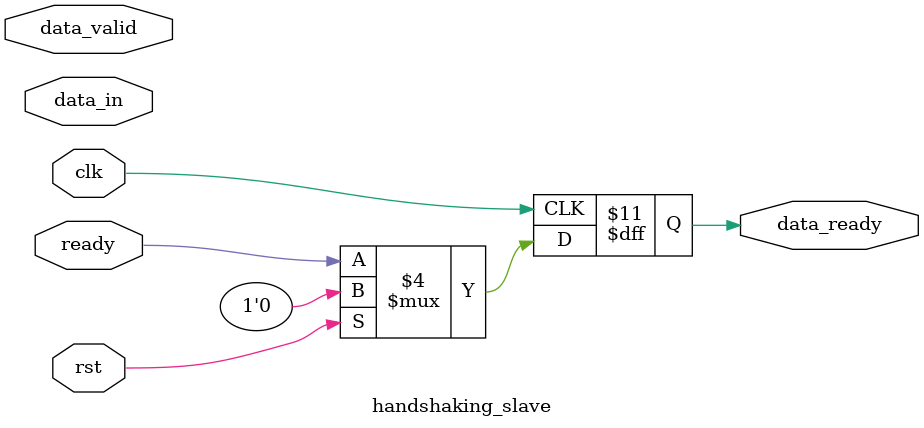
<source format=v>
module handshaking_slave (
    input clk,
    input rst,
    input [7:0] data_in,
    input data_valid,
    input ready,
    output reg data_ready
);
    
    reg [7:0] data;

    always @(posedge clk) begin
        if (rst) begin
            data_ready <= 0;
            data <= 0;
        end
        else begin
            data_ready <= ready;
            if (data_ready && data_valid) begin
                data <= data_in;
            end
        end
    end

endmodule
</source>
